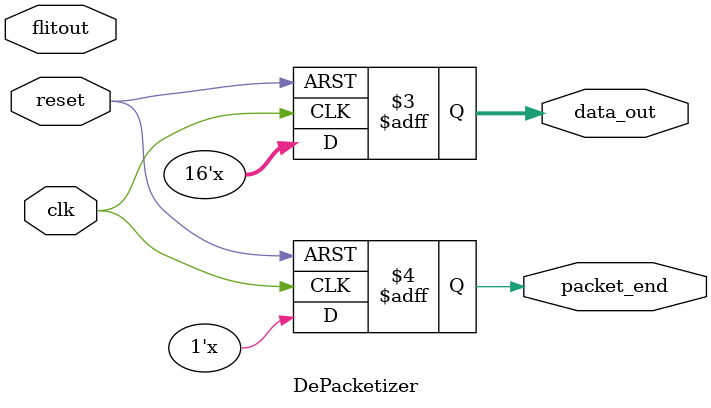
<source format=v>
module DePacketizer (
    // input wire [255:0] HF,            // 256-bit Head Flit input
    // input wire [255:0] BF,            // 256-bit Body Flit input
    // input wire [255:0] TF,            // 256-bit Tail Flit input
    input wire [47:0] flitout,
    input wire clk,                   // Main clock signal
    input wire reset,                 // Reset signal
    output reg [15:0] data_out,       // Reconstructed output data
    output reg packet_end             // Packet end signal
);

    always @(posedge clk or posedge reset) begin
        if (reset) begin
            data_out <= 16'b0;
            packet_end <= 1'b0;
        end else begin
            data_out <= BF[255:240];
            packet_end <= (TF[15:0] == 16'hFFFF);
        end
    end
endmodule

</source>
